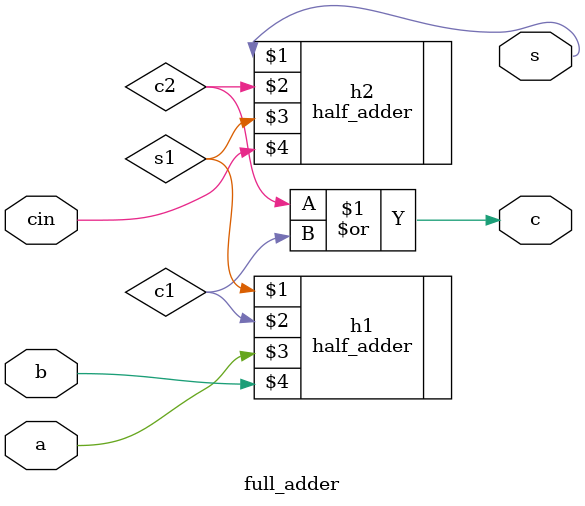
<source format=v>
module full_adder(s,c,a,b,cin);
input a,b,cin;
output s,c;
wire s1,c1,c2;

   half_adder h1(s1,c1,a,b);
	half_adder h2(s,c2,s1,cin);
	assign c=c2|c1;
endmodule 
</source>
